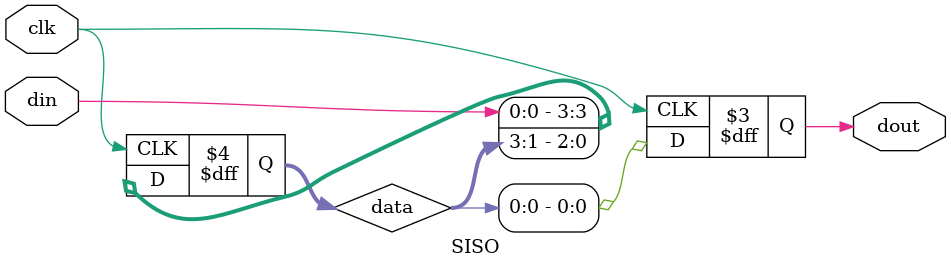
<source format=sv>
module  SISO(
    input din,
    input clk,
    output reg dout  
); 
reg[3:0] data=4'b0;
always@(posedge clk)
    begin
        dout <= data[0];
        data <= {din, data[3:1]};
        
    end
    
endmodule

</source>
